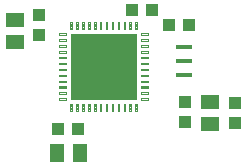
<source format=gbr>
G04 EAGLE Gerber RS-274X export*
G75*
%MOMM*%
%FSLAX34Y34*%
%LPD*%
%INSolderpaste Bottom*%
%IPPOS*%
%AMOC8*
5,1,8,0,0,1.08239X$1,22.5*%
G01*
%ADD10R,1.500000X1.300000*%
%ADD11C,0.124994*%
%ADD12R,5.699988X5.699988*%
%ADD13R,1.399997X0.400000*%
%ADD14R,1.300000X1.500000*%
%ADD15R,1.000000X1.100000*%
%ADD16R,1.100000X1.000000*%


D10*
X433587Y351778D03*
X433587Y370778D03*
D11*
X375287Y427687D02*
X375287Y428937D01*
X381037Y428937D01*
X381037Y427687D01*
X375287Y427687D01*
X375287Y428874D02*
X381037Y428874D01*
X375287Y423937D02*
X375287Y422687D01*
X375287Y423937D02*
X381037Y423937D01*
X381037Y422687D01*
X375287Y422687D01*
X375287Y423874D02*
X381037Y423874D01*
X375287Y418937D02*
X375287Y417687D01*
X375287Y418937D02*
X381037Y418937D01*
X381037Y417687D01*
X375287Y417687D01*
X375287Y418874D02*
X381037Y418874D01*
X375287Y413937D02*
X375287Y412687D01*
X375287Y413937D02*
X381037Y413937D01*
X381037Y412687D01*
X375287Y412687D01*
X375287Y413874D02*
X381037Y413874D01*
X375287Y408937D02*
X375287Y407687D01*
X375287Y408937D02*
X381037Y408937D01*
X381037Y407687D01*
X375287Y407687D01*
X375287Y408874D02*
X381037Y408874D01*
X375287Y403937D02*
X375287Y402687D01*
X375287Y403937D02*
X381037Y403937D01*
X381037Y402687D01*
X375287Y402687D01*
X375287Y403874D02*
X381037Y403874D01*
X375287Y398937D02*
X375287Y397687D01*
X375287Y398937D02*
X381037Y398937D01*
X381037Y397687D01*
X375287Y397687D01*
X375287Y398874D02*
X381037Y398874D01*
X375287Y393937D02*
X375287Y392687D01*
X375287Y393937D02*
X381037Y393937D01*
X381037Y392687D01*
X375287Y392687D01*
X375287Y393874D02*
X381037Y393874D01*
X375287Y388937D02*
X375287Y387687D01*
X375287Y388937D02*
X381037Y388937D01*
X381037Y387687D01*
X375287Y387687D01*
X375287Y388874D02*
X381037Y388874D01*
X375287Y383937D02*
X375287Y382687D01*
X375287Y383937D02*
X381037Y383937D01*
X381037Y382687D01*
X375287Y382687D01*
X375287Y383874D02*
X381037Y383874D01*
X375287Y378937D02*
X375287Y377687D01*
X375287Y378937D02*
X381037Y378937D01*
X381037Y377687D01*
X375287Y377687D01*
X375287Y378874D02*
X381037Y378874D01*
X375287Y373937D02*
X375287Y372687D01*
X375287Y373937D02*
X381037Y373937D01*
X381037Y372687D01*
X375287Y372687D01*
X375287Y373874D02*
X381037Y373874D01*
X371787Y369187D02*
X370537Y369187D01*
X371787Y369187D02*
X371787Y363437D01*
X370537Y363437D01*
X370537Y369187D01*
X370537Y364624D02*
X371787Y364624D01*
X371787Y365811D02*
X370537Y365811D01*
X370537Y366998D02*
X371787Y366998D01*
X371787Y368185D02*
X370537Y368185D01*
X366787Y369187D02*
X365537Y369187D01*
X366787Y369187D02*
X366787Y363437D01*
X365537Y363437D01*
X365537Y369187D01*
X365537Y364624D02*
X366787Y364624D01*
X366787Y365811D02*
X365537Y365811D01*
X365537Y366998D02*
X366787Y366998D01*
X366787Y368185D02*
X365537Y368185D01*
X361787Y369187D02*
X360537Y369187D01*
X361787Y369187D02*
X361787Y363437D01*
X360537Y363437D01*
X360537Y369187D01*
X360537Y364624D02*
X361787Y364624D01*
X361787Y365811D02*
X360537Y365811D01*
X360537Y366998D02*
X361787Y366998D01*
X361787Y368185D02*
X360537Y368185D01*
X356787Y369187D02*
X355537Y369187D01*
X356787Y369187D02*
X356787Y363437D01*
X355537Y363437D01*
X355537Y369187D01*
X355537Y364624D02*
X356787Y364624D01*
X356787Y365811D02*
X355537Y365811D01*
X355537Y366998D02*
X356787Y366998D01*
X356787Y368185D02*
X355537Y368185D01*
X351787Y369187D02*
X350537Y369187D01*
X351787Y369187D02*
X351787Y363437D01*
X350537Y363437D01*
X350537Y369187D01*
X350537Y364624D02*
X351787Y364624D01*
X351787Y365811D02*
X350537Y365811D01*
X350537Y366998D02*
X351787Y366998D01*
X351787Y368185D02*
X350537Y368185D01*
X346787Y369187D02*
X345537Y369187D01*
X346787Y369187D02*
X346787Y363437D01*
X345537Y363437D01*
X345537Y369187D01*
X345537Y364624D02*
X346787Y364624D01*
X346787Y365811D02*
X345537Y365811D01*
X345537Y366998D02*
X346787Y366998D01*
X346787Y368185D02*
X345537Y368185D01*
X341787Y369187D02*
X340537Y369187D01*
X341787Y369187D02*
X341787Y363437D01*
X340537Y363437D01*
X340537Y369187D01*
X340537Y364624D02*
X341787Y364624D01*
X341787Y365811D02*
X340537Y365811D01*
X340537Y366998D02*
X341787Y366998D01*
X341787Y368185D02*
X340537Y368185D01*
X336787Y369187D02*
X335537Y369187D01*
X336787Y369187D02*
X336787Y363437D01*
X335537Y363437D01*
X335537Y369187D01*
X335537Y364624D02*
X336787Y364624D01*
X336787Y365811D02*
X335537Y365811D01*
X335537Y366998D02*
X336787Y366998D01*
X336787Y368185D02*
X335537Y368185D01*
X331787Y369187D02*
X330537Y369187D01*
X331787Y369187D02*
X331787Y363437D01*
X330537Y363437D01*
X330537Y369187D01*
X330537Y364624D02*
X331787Y364624D01*
X331787Y365811D02*
X330537Y365811D01*
X330537Y366998D02*
X331787Y366998D01*
X331787Y368185D02*
X330537Y368185D01*
X326787Y369187D02*
X325537Y369187D01*
X326787Y369187D02*
X326787Y363437D01*
X325537Y363437D01*
X325537Y369187D01*
X325537Y364624D02*
X326787Y364624D01*
X326787Y365811D02*
X325537Y365811D01*
X325537Y366998D02*
X326787Y366998D01*
X326787Y368185D02*
X325537Y368185D01*
X321787Y369187D02*
X320537Y369187D01*
X321787Y369187D02*
X321787Y363437D01*
X320537Y363437D01*
X320537Y369187D01*
X320537Y364624D02*
X321787Y364624D01*
X321787Y365811D02*
X320537Y365811D01*
X320537Y366998D02*
X321787Y366998D01*
X321787Y368185D02*
X320537Y368185D01*
X316787Y369187D02*
X315537Y369187D01*
X316787Y369187D02*
X316787Y363437D01*
X315537Y363437D01*
X315537Y369187D01*
X315537Y364624D02*
X316787Y364624D01*
X316787Y365811D02*
X315537Y365811D01*
X315537Y366998D02*
X316787Y366998D01*
X316787Y368185D02*
X315537Y368185D01*
X312037Y372687D02*
X312037Y373937D01*
X312037Y372687D02*
X306287Y372687D01*
X306287Y373937D01*
X312037Y373937D01*
X312037Y373874D02*
X306287Y373874D01*
X312037Y377687D02*
X312037Y378937D01*
X312037Y377687D02*
X306287Y377687D01*
X306287Y378937D01*
X312037Y378937D01*
X312037Y378874D02*
X306287Y378874D01*
X312037Y382687D02*
X312037Y383937D01*
X312037Y382687D02*
X306287Y382687D01*
X306287Y383937D01*
X312037Y383937D01*
X312037Y383874D02*
X306287Y383874D01*
X312037Y387687D02*
X312037Y388937D01*
X312037Y387687D02*
X306287Y387687D01*
X306287Y388937D01*
X312037Y388937D01*
X312037Y388874D02*
X306287Y388874D01*
X312037Y392687D02*
X312037Y393937D01*
X312037Y392687D02*
X306287Y392687D01*
X306287Y393937D01*
X312037Y393937D01*
X312037Y393874D02*
X306287Y393874D01*
X312037Y397687D02*
X312037Y398937D01*
X312037Y397687D02*
X306287Y397687D01*
X306287Y398937D01*
X312037Y398937D01*
X312037Y398874D02*
X306287Y398874D01*
X312037Y402687D02*
X312037Y403937D01*
X312037Y402687D02*
X306287Y402687D01*
X306287Y403937D01*
X312037Y403937D01*
X312037Y403874D02*
X306287Y403874D01*
X312037Y407687D02*
X312037Y408937D01*
X312037Y407687D02*
X306287Y407687D01*
X306287Y408937D01*
X312037Y408937D01*
X312037Y408874D02*
X306287Y408874D01*
X312037Y412687D02*
X312037Y413937D01*
X312037Y412687D02*
X306287Y412687D01*
X306287Y413937D01*
X312037Y413937D01*
X312037Y413874D02*
X306287Y413874D01*
X312037Y417687D02*
X312037Y418937D01*
X312037Y417687D02*
X306287Y417687D01*
X306287Y418937D01*
X312037Y418937D01*
X312037Y418874D02*
X306287Y418874D01*
X312037Y422687D02*
X312037Y423937D01*
X312037Y422687D02*
X306287Y422687D01*
X306287Y423937D01*
X312037Y423937D01*
X312037Y423874D02*
X306287Y423874D01*
X312037Y427687D02*
X312037Y428937D01*
X312037Y427687D02*
X306287Y427687D01*
X306287Y428937D01*
X312037Y428937D01*
X312037Y428874D02*
X306287Y428874D01*
X315537Y432437D02*
X316787Y432437D01*
X315537Y432437D02*
X315537Y438187D01*
X316787Y438187D01*
X316787Y432437D01*
X316787Y433624D02*
X315537Y433624D01*
X315537Y434811D02*
X316787Y434811D01*
X316787Y435998D02*
X315537Y435998D01*
X315537Y437185D02*
X316787Y437185D01*
X320537Y432437D02*
X321787Y432437D01*
X320537Y432437D02*
X320537Y438187D01*
X321787Y438187D01*
X321787Y432437D01*
X321787Y433624D02*
X320537Y433624D01*
X320537Y434811D02*
X321787Y434811D01*
X321787Y435998D02*
X320537Y435998D01*
X320537Y437185D02*
X321787Y437185D01*
X325537Y432437D02*
X326787Y432437D01*
X325537Y432437D02*
X325537Y438187D01*
X326787Y438187D01*
X326787Y432437D01*
X326787Y433624D02*
X325537Y433624D01*
X325537Y434811D02*
X326787Y434811D01*
X326787Y435998D02*
X325537Y435998D01*
X325537Y437185D02*
X326787Y437185D01*
X330537Y432437D02*
X331787Y432437D01*
X330537Y432437D02*
X330537Y438187D01*
X331787Y438187D01*
X331787Y432437D01*
X331787Y433624D02*
X330537Y433624D01*
X330537Y434811D02*
X331787Y434811D01*
X331787Y435998D02*
X330537Y435998D01*
X330537Y437185D02*
X331787Y437185D01*
X335537Y432437D02*
X336787Y432437D01*
X335537Y432437D02*
X335537Y438187D01*
X336787Y438187D01*
X336787Y432437D01*
X336787Y433624D02*
X335537Y433624D01*
X335537Y434811D02*
X336787Y434811D01*
X336787Y435998D02*
X335537Y435998D01*
X335537Y437185D02*
X336787Y437185D01*
X340537Y432437D02*
X341787Y432437D01*
X340537Y432437D02*
X340537Y438187D01*
X341787Y438187D01*
X341787Y432437D01*
X341787Y433624D02*
X340537Y433624D01*
X340537Y434811D02*
X341787Y434811D01*
X341787Y435998D02*
X340537Y435998D01*
X340537Y437185D02*
X341787Y437185D01*
X345537Y432437D02*
X346787Y432437D01*
X345537Y432437D02*
X345537Y438187D01*
X346787Y438187D01*
X346787Y432437D01*
X346787Y433624D02*
X345537Y433624D01*
X345537Y434811D02*
X346787Y434811D01*
X346787Y435998D02*
X345537Y435998D01*
X345537Y437185D02*
X346787Y437185D01*
X350537Y432437D02*
X351787Y432437D01*
X350537Y432437D02*
X350537Y438187D01*
X351787Y438187D01*
X351787Y432437D01*
X351787Y433624D02*
X350537Y433624D01*
X350537Y434811D02*
X351787Y434811D01*
X351787Y435998D02*
X350537Y435998D01*
X350537Y437185D02*
X351787Y437185D01*
X355537Y432437D02*
X356787Y432437D01*
X355537Y432437D02*
X355537Y438187D01*
X356787Y438187D01*
X356787Y432437D01*
X356787Y433624D02*
X355537Y433624D01*
X355537Y434811D02*
X356787Y434811D01*
X356787Y435998D02*
X355537Y435998D01*
X355537Y437185D02*
X356787Y437185D01*
X360537Y432437D02*
X361787Y432437D01*
X360537Y432437D02*
X360537Y438187D01*
X361787Y438187D01*
X361787Y432437D01*
X361787Y433624D02*
X360537Y433624D01*
X360537Y434811D02*
X361787Y434811D01*
X361787Y435998D02*
X360537Y435998D01*
X360537Y437185D02*
X361787Y437185D01*
X365537Y432437D02*
X366787Y432437D01*
X365537Y432437D02*
X365537Y438187D01*
X366787Y438187D01*
X366787Y432437D01*
X366787Y433624D02*
X365537Y433624D01*
X365537Y434811D02*
X366787Y434811D01*
X366787Y435998D02*
X365537Y435998D01*
X365537Y437185D02*
X366787Y437185D01*
X370537Y432437D02*
X371787Y432437D01*
X370537Y432437D02*
X370537Y438187D01*
X371787Y438187D01*
X371787Y432437D01*
X371787Y433624D02*
X370537Y433624D01*
X370537Y434811D02*
X371787Y434811D01*
X371787Y435998D02*
X370537Y435998D01*
X370537Y437185D02*
X371787Y437185D01*
D12*
X343662Y400812D03*
D13*
X411955Y417620D03*
X411955Y405620D03*
X411955Y393620D03*
D14*
X304327Y327472D03*
X323327Y327472D03*
D10*
X268417Y440421D03*
X268417Y421421D03*
D15*
X412346Y353874D03*
X412346Y370874D03*
D16*
X384656Y448813D03*
X367656Y448813D03*
D15*
X288724Y444575D03*
X288724Y427575D03*
D16*
X305142Y347680D03*
X322142Y347680D03*
X398929Y436004D03*
X415929Y436004D03*
X454823Y352957D03*
X454823Y369957D03*
M02*

</source>
